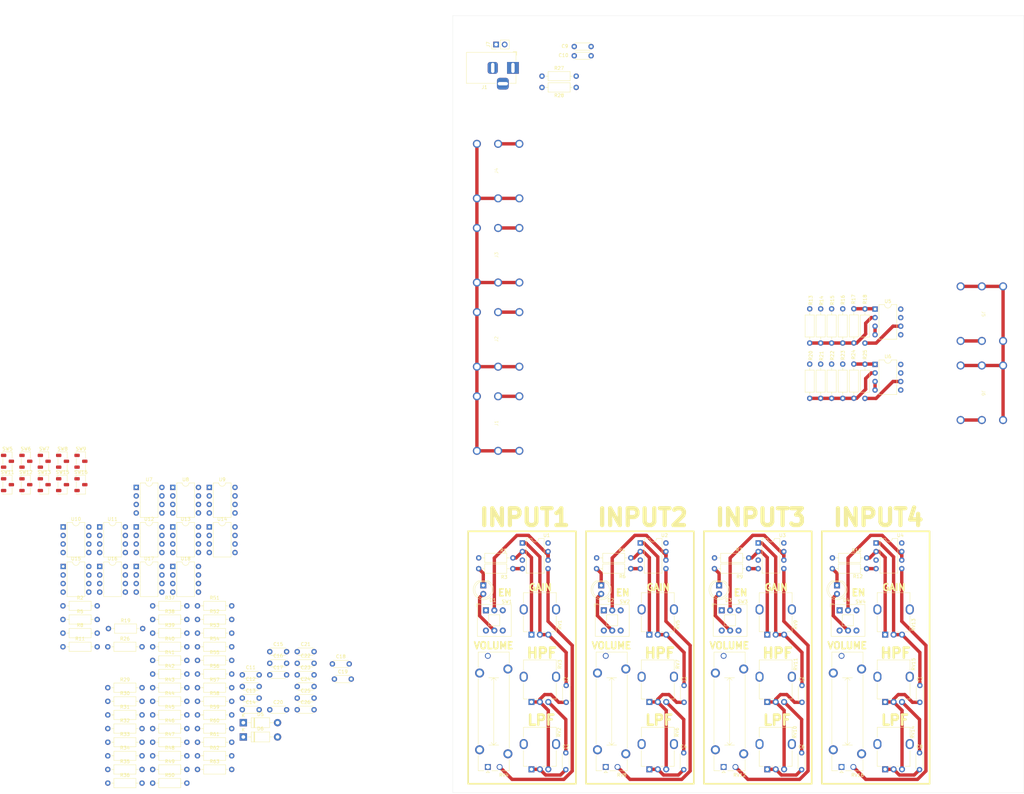
<source format=kicad_pcb>
(kicad_pcb (version 20240108) (generator "pcbnew") (generator_version "8.0")
  (layers (0 "F.Cu" signal) (31 "B.Cu" signal) (34 "B.Paste" user) (35 "F.Paste" user) (36 "B.SilkS" user "B.Silkscreen") (37 "F.SilkS" user "F.Silkscreen") (38 "B.Mask" user) (39 "F.Mask" user) (44 "Edge.Cuts" user))
  (net 0 "")
  (net 1 "Net-(C1-Pad2)")
  (net 2 "Net-(C1-Pad1)")
  (net 3 "GND")
  (net 4 "Net-(C2-Pad1)")
  (net 5 "Net-(C3-Pad1)")
  (net 6 "Net-(C3-Pad2)")
  (net 7 "Net-(C4-Pad1)")
  (net 8 "Net-(C5-Pad1)")
  (net 9 "Net-(C5-Pad2)")
  (net 10 "Net-(C6-Pad1)")
  (net 11 "Net-(C7-Pad2)")
  (net 12 "Net-(C7-Pad1)")
  (net 13 "Net-(C8-Pad1)")
  (net 14 "VCC")
  (net 15 "Net-(U11B--)")
  (net 16 "Net-(U12B--)")
  (net 17 "Net-(C12-Pad1)")
  (net 18 "Net-(C14-Pad1)")
  (net 19 "Net-(U14B--)")
  (net 20 "Net-(C21-Pad1)")
  (net 21 "Net-(C21-Pad2)")
  (net 22 "Net-(U16A-+)")
  (net 23 "Net-(C23-Pad1)")
  (net 24 "Net-(C25-Pad1)")
  (net 25 "Net-(U17A-+)")
  (net 26 "Net-(D2-A)")
  (net 27 "Net-(D2-K)")
  (net 28 "Net-(D3-K)")
  (net 29 "Net-(D4-K)")
  (net 30 "Net-(D5-A)")
  (net 31 "Net-(D5-K)")
  (net 32 "VDD")
  (net 33 "/INPUT1")
  (net 34 "/INPUT3")
  (net 35 "/INPUT4")
  (net 36 "OUTPUT1")
  (net 37 "Net-(D1-K)")
  (net 38 "Net-(U1A--)")
  (net 39 "Net-(U2A--)")
  (net 40 "Net-(U3A--)")
  (net 41 "Net-(U4A--)")
  (net 42 "Net-(U6B--)")
  (net 43 "CH1_to_OUT1")
  (net 44 "CH2_to_OUT1")
  (net 45 "CH3_to_OUT1")
  (net 46 "CH4_to_OUT1")
  (net 47 "Net-(U7B--)")
  (net 48 "Net-(U8B--)")
  (net 49 "5V")
  (net 50 "3V")
  (net 51 "1V")
  (net 52 "Net-(U16A--)")
  (net 53 "IN1_to_CH1")
  (net 54 "IN2_to_CH1")
  (net 55 "IN3_to_CH1")
  (net 56 "Net-(R46-Pad1)")
  (net 57 "IN4_to_CH1")
  (net 58 "Net-(R47-Pad1)")
  (net 59 "WG1_to_CH1")
  (net 60 "CH2_to_CH1")
  (net 61 "Net-(R48-Pad1)")
  (net 62 "CH3_to_CH1")
  (net 63 "Net-(R50-Pad1)")
  (net 64 "Net-(R51-Pad1)")
  (net 65 "CH4_to_CH1")
  (net 66 "Net-(R52-Pad1)")
  (net 67 "Net-(U17B--)")
  (net 68 "Net-(U16B--)")
  (net 69 "Net-(U18B--)")
  (net 70 "Net-(R56-Pad1)")
  (net 71 "Net-(R57-Pad1)")
  (net 72 "Net-(U17A--)")
  (net 73 "Net-(R59-Pad2)")
  (net 74 "Net-(U2B-+)")
  (net 75 "/INPUT2")
  (net 78 "POW")
  (net 79 "CH1_to_CH2")
  (net 80 "CH1_to_CH3")
  (net 81 "CH1_to_CH4")
  (net 82 "CH1_to_OUT2")
  (net 83 "Net-(SW3A-B)")
  (net 84 "Net-(U1B-+)")
  (net 85 "Net-(SW1A-B)")
  (net 86 "Net-(SW4A-B)")
  (net 87 "Net-(U3B-+)")
  (net 88 "Net-(U4B-+)")
  (net 89 "+4.5V")
  (net 90 "OUTPUT")
  (net 91 "Net-(RV32-Pad1)")
  (net 92 "Net-(D1-A)")
  (net 93 "IN1")
  (net 94 "Net-(C9-Pad1)")
  (net 95 "Net-(C10-Pad1)")
  (net 96 "Net-(C12-Pad2)")
  (net 97 "Net-(U10B--)")
  (net 98 "Net-(U9B-+)")
  (net 99 "Net-(SW5-B)")
  (net 100 "Net-(SW6-B)")
  (net 101 "Net-(R46-Pad2)")
  (net 102 "Net-(R49-Pad1)")
  (net 103 "Net-(R54-Pad1)")
  (net 104 "Net-(R55-Pad1)")
  (net 105 "Net-(R56-Pad2)")
  (net 106 "Net-(R60-Pad1)")
  (net 107 "Net-(R61-Pad1)")
  (net 108 "Net-(R63-Pad2)")
  (net 109 "Net-(R63-Pad1)")
  (net 112 "IN2")
  (net 113 "Net-(SW2A-B)")
  (net 118 "Net-(SW11-B)")
  (net 124 "Net-(SW15-C)")
  (net 126 "Net-(D3-A)")
  (net 127 "Net-(D4-A)")
  (net 128 "IN3")
  (net 131 "IN4")
  (net 134 "Net-(U13B-+)")
  (net 135 "Net-(U15-THR)")
  (net 136 "Net-(U11A-+)")
  (net 137 "Net-(U5B--)")
  (net 138 "Net-(R17-Pad1)")
  (net 139 "Net-(R19-Pad2)")
  (net 140 "Net-(R24-Pad1)")
  (net 141 "Net-(R26-Pad2)")
  (net 142 "Net-(R28-Pad1)")
  (net 143 "Net-(R30-Pad2)")
  (net 144 "Net-(U11B-+)")
  (net 145 "Net-(U13B--)")
  (net 146 "Net-(R36-Pad1)")
  (net 147 "Net-(R37-Pad1)")
  (net 148 "Net-(U14B-+)")
  (net 149 "Net-(U15-DIS)")
  (net 150 "Net-(U11A--)")
  (net 151 "Net-(RV17-Pad1)")
  (net 152 "Net-(RV19-Pad1)")
  (net 153 "Net-(U15-CV)")
  (net 154 "Net-(U5A--)")
  (net 155 "Net-(U6A--)")
  (net 156 "OUTPUT2")
  (footprint "Resistor_THT:R_Axial_DIN0207_L6.3mm_D2.5mm_P10.16mm_Horizontal" (layer "F.Cu") (at -202.97 422.05)
    (property "Reference" "R31")
    (property "Value" "10K")
  )
  (footprint "Resistor_THT:R_Axial_DIN0207_L6.3mm_D2.5mm_P10.16mm_Horizontal" (layer "F.Cu") (at -202.97 430.15)
    (property "Reference" "R33")
    (property "Value" "100K")
  )
  (footprint "Resistor_THT:R_Axial_DIN0207_L6.3mm_D2.5mm_P10.16mm_Horizontal" (layer "F.Cu") (at -189.66 405.85)
    (property "Reference" "R41")
    (property "Value" "1K")
  )
  (footprint "Resistor_THT:R_Axial_DIN0207_L6.3mm_D2.5mm_P10.16mm_Horizontal" (layer "F.Cu") (at -202.97 418)
    (property "Reference" "R30")
    (property "Value" "10K")
  )
  (footprint "Potentiometer_THT:Potentiometer_Alpha_RD901F-40-00D_Single_Vertical" (layer "F.Cu") (at -77.2 418.2 90)
    (property "Reference" "RV3")
    (property "Value" "100K")
  )
  (footprint "Resistor_THT:R_Axial_DIN0207_L6.3mm_D2.5mm_P10.16mm_Horizontal" (layer "F.Cu") (at -189.66 418)
    (property "Reference" "R44")
    (property "Value" "R")
  )
  (footprint "Capacitor_THT:C_Disc_D4.3mm_W1.9mm_P5.00mm" (layer "F.Cu") (at -146.74 417.05)
    (property "Reference" "C25")
    (property "Value" "10uF")
  )
  (footprint "Package_DIP:DIP-8_W7.62mm" (layer "F.Cu") (at -183.68 354.45)
    (property "Reference" "U8")
    (property "Value" "TL072")
  )
  (footprint "Button_Switch_THT:SW_Push_2P2T_Toggle_CK_PVA2xxH3xxxxxxV2" (layer "F.Cu") (at -90.7225 390.9775)
    (property "Reference" "SW1")
    (property "Value" "EN")
  )
  (footprint "Resistor_THT:R_Axial_DIN0207_L6.3mm_D2.5mm_P10.16mm_Horizontal" (layer "F.Cu") (at -189.66 413.95)
    (property "Reference" "R43")
    (property "Value" "R")
  )
  (footprint "LED_THT:LED_D5.0mm" (layer "F.Cu") (at -21.5 383.56 -90)
    (property "Reference" "D3")
    (property "Value" "RED")
  )
  (footprint "Resistor_THT:R_Axial_DIN0207_L6.3mm_D2.5mm_P10.16mm_Horizontal" (layer "F.Cu") (at -176.35 434.2)
    (property "Reference" "R62")
    (property "Value" "1K")
  )
  (footprint "Resistor_THT:R_Axial_DIN0207_L6.3mm_D2.5mm_P10.16mm_Horizontal" (layer "F.Cu") (at -216.28 397.75)
    (property "Reference" "R8")
    (property "Value" "10K")
  )
  (footprint "LED_THT:LED_D5.0mm" (layer "F.Cu") (at -56.5 383.56 -90)
    (property "Reference" "D2")
    (property "Value" "RED")
  )
  (footprint "Resistor_THT:R_Axial_DIN0207_L6.3mm_D2.5mm_P10.16mm_Horizontal" (layer "F.Cu") (at -176.35 389.65)
    (property "Reference" "R51")
    (property "Value" "100K")
  )
  (footprint "Audio:PJ-664C" (layer "F.Cu") (at -87.1 335.4 90)
    (property "Reference" "J1")
    (property "Value" "INPUT")
  )
  (footprint "Resistor_THT:R_Axial_DIN0207_L6.3mm_D2.5mm_P10.16mm_Horizontal" (layer "F.Cu") (at -189.66 434.2)
    (property "Reference" "R48")
    (property "Value" "100K")
  )
  (footprint "Resistor_THT:R_Axial_DIN0207_L6.3mm_D2.5mm_P10.16mm_Horizontal" (layer "F.Cu") (at -176.35 438.25)
    (property "Reference" "R63")
    (property "Value" "100K")
  )
  (footprint "Potentiometer_THT:Potentiometer_Alpha_RD901F-40-00D_Single_Vertical" (layer "F.Cu") (at -42.2 418.2 90)
    (property "Reference" "RV7")
    (property "Value" "100K")
  )
  (footprint "Potentiometer_THT:Potentiometer_Alpha_RD901F-40-00D_Single_Vertical" (layer "F.Cu") (at 27.8 418.2 90)
    (property "Reference" "RV15")
    (property "Value" "100K")
  )
  (footprint "Resistor_THT:R_Axial_DIN0207_L6.3mm_D2.5mm_P10.16mm_Horizontal" (layer "F.Cu") (at -12.72 378.6 180)
    (property "Reference" "R9")
    (property "Value" "10K")
  )
  (footprint "Button_Switch_SMD:Nidec_Copal_CAS-120A" (layer "F.Cu") (at -227.3 346.7)
    (property "Reference" "SW6")
    (property "Value" "EN")
  )
  (footprint "Resistor_THT:R_Axial_DIN0207_L6.3mm_D2.5mm_P10.16mm_Horizontal" (layer "F.Cu") (at -202.97 438.25)
    (property "Reference" "R35")
    (property "Value" "33K")
  )
  (footprint "Potentiometer_THT:Potentiometer_Alpha_RD901F-40-00D_Single_Vertical" (layer "F.Cu") (at -77.2 438.2 90)
    (property "Reference" "RV2")
    (property "Value" "100K")
  )
  (footprint "Package_DIP:DIP-8_W7.62mm" (layer "F.Cu") (at -216.23 366.2)
    (property "Reference" "U10")
    (property "Value" "TL072")
  )
  (footprint "Resistor_THT:R_Axial_DIN0207_L6.3mm_D2.5mm_P10.16mm_Horizontal" (layer "F.Cu") (at 21.8 328.02 90)
    (property "Reference" "R25")
    (property "Value" "1K")
  )
  (footprint "Button_Switch_SMD:Nidec_Copal_CAS-120A" (layer "F.Cu") (at -232.75 353.65)
    (property "Reference" "SW11")
    (property "Value" "CH1")
  )
  (footprint "Resistor_THT:R_Axial_DIN0207_L6.3mm_D2.5mm_P10.16mm_Horizontal" (layer "F.Cu") (at -216.28 393.7)
    (property "Reference" "R5")
    (property "Value" "10K")
  )
  (footprint "Package_DIP:DIP-8_W7.62mm" (layer "F.Cu") (at -172.83 354.45)
    (property "Reference" "U9")
    (property "Value" "TL072")
  )
  (footprint "Package_DIP:DIP-8_W7.62mm" (layer "F.Cu") (at -9.9 370.98)
    (property "Reference" "U3")
    (property "Value" "TL072")
  )
  (footprint "Resistor_THT:R_Axial_DIN0207_L6.3mm_D2.5mm_P10.16mm_Horizontal" (layer "F.Cu") (at -202.97 442.3)
    (property "Reference" "R36")
    (property "Value" "68K")
  )
  (footprint "Resistor_THT:R_Axial_DIN0207_L6.3mm_D2.5mm_P10.16mm_Horizontal" (layer "F.Cu") (at 15.2 328 90)
    (property "Reference" "R23")
    (property "Value" "100K")
  )
  (footprint "Resistor_THT:R_Axial_DIN0207_L6.3mm_D2.5mm_P10.16mm_Horizontal" (layer "F.Cu") (at -176.35 401.8)
    (property "Reference" "R54")
    (property "Value" "100K")
  )
  (footprint "Resistor_THT:R_Axial_DIN0207_L6.3mm_D2.5mm_P10.16mm_Horizontal" (layer "F.Cu") (at 21.8 311.6 90)
    (property "Reference" "R18")
    (property "Value" "1K")
  )
  (footprint "Resistor_THT:R_Axial_DIN0207_L6.3mm_D2.5mm_P10.16mm_Horizontal" (layer "F.Cu") (at -176.35 430.15)
    (property "Reference" "R61")
    (property "Value" "1K")
  )
  (footprint "Button_Switch_THT:SW_Push_2P2T_Toggle_CK_PVA2xxH3xxxxxxV2" (layer "F.Cu") (at -20.7225 390.9775)
    (property "Reference" "SW3")
    (property "Value" "EN")
  )
  (footprint "Potentiometer_THT:Potentiometer_Alpha_RD901F-40-00D_Single_Vertical" (layer "F.Cu") (at -42.2 438.2 90)
    (property "Reference" "RV6")
    (property "Value" "100K")
  )
  (footprint "Package_DIP:DIP-8_W7.62mm" (layer "F.Cu") (at -205.38 377.95)
    (property "Reference" "U16")
    (property "Value" "TL072")
  )
  (footprint "Package_DIP:DIP-8_W7.62mm" (layer "F.Cu") (at -205.38 366.2)
    (property "Reference" "U11")
    (property "Value" "TL072")
  )
  (footprint "Package_DIP:DIP-8_W7.62mm" (layer "F.Cu") (at -194.53 366.2)
    (property "Reference" "U12")
    (property "Value" "TL072")
  )
  (footprint "Capacitor_THT:C_Disc_D4.3mm_W1.9mm_P5.00mm" (layer "F.Cu") (at -31.9 418.3 90)
    (property "Reference" "C3")
    (property "Value" "10uF")
  )
  (footprint "Capacitor_THT:C_Disc_D4.3mm_W1.9mm_P5.00mm" (layer "F.Cu") (at -146.74 413.6)
    (property "Reference" "C24")
    (property "Value" "10uF")
  )
  (footprint "Resistor_THT:R_Axial_DIN0207_L6.3mm_D2.5mm_P10.16mm_Horizontal" (layer "F.Cu") (at 8.65 311.58 90)
    (property "Reference" "R14")
    (property "Value" "100K")
  )
  (footprint "Capacitor_THT:C_Disc_D4.3mm_W1.9mm_P5.00mm" (layer "F.Cu") (at -154.89 410.15)
    (property "Reference" "C17")
    (property "Value" "10nF")
  )
  (footprint "Capacitor_THT:C_Disc_D4.3mm_W1.9mm_P5.00mm" (layer "F.Cu") (at -136.3 406.9)
    (property "Reference" "C18")
    (property "Value" "10uF")
  )
  (footprint "Button_Switch_THT:SW_Push_2P2T_Toggle_CK_PVA2xxH3xxxxxxV2" (layer "F.Cu") (at -55.7225 390.9775)
    (property "Reference" "SW2")
    (property "Value" "EN")
  )
  (footprint "Resistor_THT:R_Axial_DIN0207_L6.3mm_D2.5mm_P10.16mm_Horizontal" (layer "F.Cu") (at -176.35 409.9)
    (property "Reference" "R56")
    (property "Value" "100K")
  )
  (footprint "Capacitor_THT:C_Disc_D4.3mm_W1.9mm_P5.00mm" (layer "F.Cu") (at -146.74 420.5)
    (property "Reference" "C26")
    (property "Value" "10uF")
  )
  (footprint "Potentiometer_THT:Potentiometer_Bourns_PTA2043_Single_Slide" (layer "F.Cu") (at 14.85 437.5 90)
    (property "Reference" "RV16")
    (property "Value" "100K")
  )
  (footprint "Resistor_THT:R_Axial_DIN0207_L6.3mm_D2.5mm_P10.16mm_Horizontal" (layer "F.Cu") (at 22.3 375.4 180)
    (property "Reference" "R10")
    (property "Value" "1K")
  )
  (footprint "Capacitor_THT:C_Disc_D4.3mm_W1.9mm_P5.00mm" (layer "F.Cu") (at -163.04 420.5)
    (property "Reference" "C14")
    (property "Value" "100nF")
  )
  (footprint "Capacitor_THT:C_Disc_D4.3mm_W1.9mm_P5.00mm" (layer "F.Cu") (at -64.5 226.25)
    (property "Reference" "C10")
    (property "Value" "100nF")
  )
  (footprint "Capacitor_THT:C_Disc_D4.3mm_W1.9mm_P5.00mm" (layer "F.Cu") (at -146.74 406.7)
    (property "Reference" "C22")
    (property "Value" "10uF")
  )
  (footprint "Resistor_THT:R_Axial_DIN0207_L6.3mm_D2.5mm_P10.16mm_Horizontal" (layer "F.Cu") (at -202.97 434.2)
    (property "Reference" "R34")
    (property "Value" "10K")
  )
  (footprint "Resistor_THT:R_Axial_DIN0207_L6.3mm_D2.5mm_P10.16mm_Horizontal" (layer "F.Cu") (at 18.5 317.82 -90)
    (property "Reference" "R24")
    (property "Value" "100K")
  )
  (footprint "Package_DIP:DIP-8_W7.62mm" (layer "F.Cu") (at 24.8 301.5)
    (property "Reference" "U5")
    (property "Value" "TL072")
  )
  (footprint "Connector_BarrelJack:BarrelJack_Horizontal" (layer "F.Cu") (at -82.7 229.8425)
    (property "Reference" "J1")
    (property "Value" "Barrel_Jack")
  )
  (footprint "Button_Switch_SMD:Nidec_Copal_CAS-120A" (layer "F.Cu") (at -210.95 346.7)
    (property "Reference" "SW9")
    (property "Value" "CH1")
  )
  (footprint "Capacitor_THT:C_Disc_D4.3mm_W1.9mm_P5.00mm" (layer "F.Cu") (at -32 438.3 90)
    (property "Reference" "C4")
    (property "Value" "10uF")
  )
  (footprint "Capacitor_THT:C_Disc_D4.3mm_W1.9mm_P5.00mm" (layer "F.Cu") (at -154.89 406.7)
    (property "Reference" "C16")
    (property "Value" "10nF")
  )
  (footprint "Button_Switch_SMD:Nidec_Copal_CAS-120A" (layer "F.Cu") (at -210.95 353.65)
    (property "Reference" "SW16")
    (property "Value" "CH1")
  )
  (footprint "Package_DIP:DIP-8_W7.62mm" (layer "F.Cu") (at -216.23 377.95)
    (property "Reference" "U15")
    (property "Value" "NE555P")
  )
  (footprint "Capacitor_THT:C_Disc_D4.3mm_W1.9mm_P5.00mm" (layer "F.Cu") (at -67 438.3 90)
    (property "Reference" "C2")
    (property "Value" "10uF")
  )
  (footprint "Resistor_THT:R_Axial_DIN0207_L6.3mm_D2.5mm_P10.16mm_Horizontal" (layer "F.Cu") (at -216.28 389.65)
    (property "Reference" "R2")
    (property "Value" "10K")
  )
  (footprint "Resistor_THT:R_Axial_DIN0207_L6.3mm_D2.5mm_P10.16mm_Horizontal" (layer "F.Cu") (at -189.66 389.65)
    (property "Reference" "R37")
    (property "Value" "10K")
  )
  (footprint "Package_DIP:DIP-8_W7.62mm" (layer "F.Cu") (at 24.8 317.92)
    (property "Reference" "U6")
    (property "Value" "TL072")
  )
  (footprint "Resistor_THT:R_Axial_DIN0207_L6.3mm_D2.5mm_P10.16mm_Horizontal" (layer "F.Cu") (at -189.66 397.75)
    (property "Reference" "R39")
    (property "Value" "10K")
  )
  (footprint "Resistor_THT:R_Axial_DIN0207_L6.3mm_D2.5mm_P10.16mm_Horizontal" (layer "F.Cu") (at -176.35 393.7)
    (property "Reference" "R52")
    (property "Value" "100K")
  )
  (footprint "Resistor_THT:R_Axial_DIN0207_L6.3mm_D2.5mm_P10.16mm_Horizontal" (layer "F.Cu") (at -74.08 232.3)
    (property "Reference" "R27")
    (property "Value" "47K")
  )
  (footprint "Capacitor_THT:C_Disc_D4.3mm_W1.9mm_P5.00mm" (layer "F.Cu") (at 3.1 418.3 90)
    (property "Reference" "C5")
    (property "Value" "10uF")
  )
  (footprint "Capacitor_THT:C_Disc_D4.3mm_W1.9mm_P5.00mm" (layer "F.Cu") (at -163.04 410.15)
    (property "Reference" "C11")
    (property "Value" "10uF")
  )
  (footprint "Resistor_THT:R_Axial_DIN0207_L6.3mm_D2.5mm_P10.16mm_Horizontal" (layer "F.Cu") (at -189.66 401.8)
    (property "Reference" "R40")
    (property "Value" "10K")
  )
  (footprint "Button_Switch_SMD:Nidec_Copal_CAS-120A" (layer "F.Cu") (at -216.4 353.65)
    (property "Reference" "SW15")
    (property "Value" "CH1")
  )
  (footprint "Resistor_THT:R_Axial_DIN0207_L6.3mm_D2.5mm_P10.16mm_Horizontal" (layer "F.Cu") (at -216.28 401.8)
    (property "Reference" "R11")
    (property "Value" "10K")
  )
  (footprint "Capacitor_THT:C_Disc_D4.3mm_W1.9mm_P5.00mm" (layer "F.Cu") (at -154.89 420.5)
    (property "Reference" "C20")
    (property "Value" "C")
  )
  (footprint "Capacitor_THT:C_Disc_D4.3mm_W1.9mm_P5.00mm" (layer "F.Cu") (at 38 438.3 90)
    (property "Reference" "C8")
    (property "Value" "10uF")
  )
  (footprint "Connector_PinHeader_2.54mm:PinHeader_1x02_P2.54mm_Vertical" (layer "F.Cu") (at -87.7 222.9 90)
    (property "Reference" "J7")
    (property "Value" "PinHeader_1x02_P2.54mm_Vertical")
  )
  (footprint "Resistor_THT:R_Axial_DIN0207_L6.3mm_D2.5mm_P10.16mm_Horizontal" (layer "F.Cu") (at -176.35 422.05)
    (property "Reference" "R59")
    (property "Value" "1K")
  )
  (footprint "Potentiometer_THT:Potentiometer_Alpha_RD901F-40-00D_Single_Vertical" (layer "F.Cu") (at -7.2 398.2 90)
    (property "Reference" "RV9")
    (property "Value" "100K")
  )
  (footprint "Audio:PJ-664C" (layer "F.Cu") (at -87.1 310.4 90)
    (property "Reference" "J2")
    (property "Value" "INPUT")
  )
  (footprint "Capacitor_THT:C_Disc_D4.3mm_W1.9mm_P5.00mm" (layer "F.Cu") (at -154.89 403.25)
    (property "Reference" "C15")
    (property "Value" "100nF")
  )
  (footprint "Resistor_THT:R_Axial_DIN0207_L6.3mm_D2.5mm_P10.16mm_Horizontal" (layer "F.Cu") (at -189.66 409.9)
    (property "Reference" "R42")
    (property "Value" "10K")
  )
  (footprint "Resistor_THT:R_Axial_DIN0207_L6.3mm_D2.5mm_P10.16mm_Horizontal" (layer "F.Cu") (at -12.7 375.4 180)
    (property "Reference" "R7")
    (property "Value" "1K")
  )
  (footprint "Resistor_THT:R_Axial_DIN0207_L6.3mm_D2.5mm_P10.16mm_Horizontal" (layer "F.Cu") (at 8.65 328 90)
    (property "Reference" "R21")
    (property "Value" "100K")
  )
  (footprint "Capacitor_THT:C_Disc_D4.3mm_W1.9mm_P5.00mm" (layer "F.Cu") (at -146.74 403.25)
    (property "Reference" "C21")
    (property "Value" "10uF")
  )
  (footprint "Potentiometer_THT:Potentiometer_Bourns_PTA2043_Single_Slide" (layer "F.Cu") (at -20.15 437.5 90)
    (property "Reference" "RV12")
    (property "Value" "100K")
  )
  (footprint "LED_THT:LED_D5.0mm" (layer "F.Cu") (at -91.5 383.56 -90)
    (property "Reference" "D1")
    (property "Value" "RED")
  )
  (footprint "Potentiometer_THT:Potentiometer_Alpha_RD901F-40-00D_Single_Vertical" (layer "F.Cu") (at -77.2 398.2 90)
    (property "Reference" "RV1")
    (property "Value" "100K")
  )
  (footprint "Resistor_THT:R_Axial_DIN0207_L6.3mm_D2.5mm_P10.16mm_Horizontal" (layer "F.Cu") (at 5.4 328 90)
    (property "Reference" "R20")
    (property "Value" "100K")
  )
  (footprint "Resistor_THT:R_Axial_DIN0207_L6.3mm_D2.5mm_P10.16mm_Horizontal" (layer "F.Cu") (at -176.35 405.85)
    (property "Reference" "R55")
    (property "Value" "100K")
  )
  (footprint "Button_Switch_SMD:Nidec_Copal_CAS-120A" (layer "F.Cu") (at -232.75 346.7)
    (property "Reference" "SW5")
    (property "Value" "EN")
  )
  (footprint "Resistor_THT:R_Axial_DIN0207_L6.3mm_D2.5mm_P10.16mm_Horizontal" (layer "F.Cu") (at -63.92 235.65 180)
    (property "Reference" "R28")
    (property "Value" "100K")
  )
  (footprint "Capacitor_THT:C_Disc_D4.3mm_W1.9mm_P5.00mm" (layer "F.Cu") (at -135.7 411.4)
    (property "Reference" "C19")
    (property "Value" "100nF")
  )
  (footprint "Resistor_THT:R_Axial_DIN0207_L6.3mm_D2.5mm_P10.16mm_Horizontal" (layer "F.Cu") (at 11.9 328 90)
    (property "Reference" "R22")
    (property "Value" "100K")
  )
  (footprint "Package_DIP:DIP-8_W7.62mm" (layer "F.Cu") (at -44.9 370.98)
    (property "Reference" "U2")
    (property "Value" "TL072")
  )
  (footprint "Resistor_THT:R_Axial_DIN0207_L6.3mm_D2.5mm_P10.16mm_Horizontal" (layer "F.Cu") (at -189.66 430.15)
    (property "Reference" "R47")
    (property "Value" "100K")
  )
  (footprint "Capacitor_THT:C_Disc_D4.3mm_W1.9mm_P5.00mm" (layer "F.Cu") (at 38.1 418.3 90)
    (property "Reference" "C7")
    (property "Value" "10uF")
  )
  (footprint "Potentiometer_THT:Potentiometer_Bourns_PTA2043_Single_Slide" (layer "F.Cu") (at -55.15 437.5 90)
    (property "Reference" "RV8")
    (property "Value" "100K")
  )
  (footprint "Resistor_THT:R_Axial_DIN0207_L6.3mm_D2.5mm_P10.16mm_Horizontal" (layer "F.Cu") (at -82.7 375.4 180)
    (property "Reference" "R1")
    (property "Value" "1K")
  )
  (footprint "Resistor_THT:R_Axial_DIN0207_L6.3mm_D2.5mm_P10.16mm_Horizontal" (layer "F.Cu") (at 22.28 378.6 180)
    (property "Reference" "R12")
    (property "Value" "10K")
  )
  (footprint "Resistor_THT:R_Axial_DIN0207_L6.3mm_D2.5mm_P10.16mm_Horizontal" (layer "F.Cu") (at -202.97 426.1)
    (property "Reference" "R32")
    (property "Value" "100K")
  )
  (footprint "Resistor_THT:R_Axial_DIN0207_L6.3mm_D2.5mm_P10.16mm_Horizontal" (layer "F.Cu") (at -47.7 375.4 180)
    (property "Reference" "R4")
    (property "Value" "1K")
  )
  (footprint "Potentiometer_THT:Potentiometer_Alpha_RD901F-40-00D_Single_Vertical" (layer "F.Cu") (at -7.2 418.2 90)
    (property "Reference" "RV11")
    (property "Value" "100K")
  )
  (footprint "Capacitor_THT:C_Disc_D4.3mm_W1.9mm_P5.00mm" (layer "F.Cu") (at -163.04 413.6)
    (property "Reference" "C12")
    (property "Value" "10nF")
  )
  (footprint "Audio:PJ-664C" (layer "F.Cu") (at -87.1 260.4 90)
    (property "Reference" "J4")
    (property "Value" "INPUT")
  )
  (footprint "Resistor_THT:R_Axial_DIN0207_L6.3mm_D2.5mm_P10.16mm_Horizontal" (layer "F.Cu") (at -189.66 442.3)
    (property "Reference" "R50")
    (property "Value" "100K")
  )
  (footprint "Potentiometer_THT:Potentiometer_Alpha_RD901F-40-00D_Single_Vertical" (layer "F.Cu") (at 27.8 438.2 90)
    (property "Reference" "RV14")
    (property "Value" "100K")
  )
  (footprint "Package_DIP:DIP-8_W7.62mm" (layer "F.Cu") (at -194.53 377.95)
    (property "Reference" "U17")
    (property "Value" "TL072")
  )
  (footprint "Capacitor_THT:C_Disc_D4.3mm_W1.9mm_P5.00mm" (layer "F.Cu") (at -163.04 417.05)
    (property "Reference" "C13")
    (property "Value" "10nF")
  )
  (footprint "Capacitor_THT:C_Disc_D4.3mm_W1.9mm_P5.00mm" (layer "F.Cu") (at -66.9 418.3 90)
    (property "Reference" "C1")
    (property "Value" "10uF")
  )
  (footprint "Button_Switch_SMD:Nidec_Copal_CAS-120A" (layer "F.Cu") (at -221.85 353.65)
    (property "Reference" "SW13")
    (property "Value" "CH1")
  )
  (footprint "Potentiometer_THT:Potentiometer_Alpha_RD901F-40-00D_Single_Vertical" (layer "F.Cu") (at -7.2 438.2 90)
    (property "Reference" "RV10")
    (property "Value" "100K")
  )
  (footprint "Diode_THT:D_DO-41_SOD81_P10.16mm_Horizontal" (layer "F.Cu") (at -162.74 428.6)
    (property "Reference" "D6")
    (property "Value" "D")
  )
  (footprint "Potentiometer_THT:Potentiometer_Alpha_RD901F-40-00D_Single_Vertical" (layer "F.Cu") (at 27.8 398.2 90)
    (property "Reference" "RV13")
    (property "Value" "100K")
  )
  (footprint "Resistor_THT:R_Axial_DIN0207_L6.3mm_D2.5mm_P10.16mm_Horizontal" (layer "F.Cu") (at 15.2 311.58 90)
    (property "Reference" "R16")
    (property "Value" "100K")
  )
  (footprint "Audio:PJ-664C" (layer "F.Cu") (at -87.1 285.4 90)
    (property "Reference" "J3")
    (property "Value" "INPUT")
  )
  (footprint "Resistor_THT:R_Axial_DIN0207_L6.3mm_D2.5mm_P10.16mm_Horizontal" (layer "F.Cu") (at -176.35 413.95)
    (property "Reference" "R57")
    (property "Value" "100K")
  )
  (footprint "Diode_THT:D_DO-41_SOD81_P10.16mm_Horizontal" (layer "F.Cu") (at -162.74 424.35)
    (property "Reference" "D5")
    (property "Value" "D")
  )
  (footprint "Package_DIP:DIP-8_W7.62mm" (layer "F.Cu") (at 25.1 370.98)
    (property "Reference" "U4")
    (property "Value" "TL072")
  )
  (footprint "Potentiometer_THT:Potentiometer_Alpha_RD901F-40-00D_Single_Vertical" (layer "F.Cu") (at -42.2 398.2 90)
    (property "Reference" "RV5")
    (property "Value" "100K")
  )
  (footprint "Resistor_THT:R_Axial_DIN0207_L6.3mm_D2.5mm_P10.16mm_Horizontal" (layer "F.Cu") (at -189.66 426.1)
    (property "Reference" "R46")
    (property "Value" "100K")
  )
  (footprint "Package_DIP:DIP-8_W7.62mm" (layer "F.Cu") (at -183.68 377.95)
    (property "Reference" "U18")
    (property "Value" "TL072")
  )
  (footprint "Package_DIP:DIP-8_W7.62mm" (layer "F.Cu") (at -172.83 366.2)
    (property "Reference" "U14")
    (property "Value" "TL072")
  )
  (footprint "Button_Switch_SMD:Nidec_Copal_CAS-120A" (layer "F.Cu") (at -227.3 353.65)
    (property "Reference" "SW12")
    (property "Value" "CH1")
  )
  (footprint "Capacitor_THT:C_Disc_D4.3mm_W1.9mm_P5.00mm" (layer "F.Cu") (at -146.74 410.15)
    (property "Reference" "C23")
    (property "Value" "10uF")
  )
  (footprint "Resistor_THT:R_Axial_DIN0207_L6.3mm_D2.5mm_P10.16mm_Horizontal" (layer "F.Cu") (at 5.4 311.58 90)
    (property "Reference" "R13")
    (property "Value" "100K")
  )
  (footprint "Resistor_THT:R_Axial_DIN0207_L6.3mm_D2.5mm_P10.16mm_Horizontal" (layer "F.Cu") (at -189.66 438.25)
    (property "Reference" "R49")
    (property "Value" "100K")
  )
  (footprint "Resistor_THT:R_Axial_DIN0207_L6.3mm_D2.5mm_P10.16mm_Horizontal" (layer "F.Cu") (at -176.35 397.75)
    (property "Reference" "R53")
    (property "Value" "1K")
  )
  (footprint "Resistor_THT:R_Axial_DIN0207_L6.3mm_D2.5mm_P10.16mm_Horizontal" (layer "F.Cu") (at -202.78 396.4)
    (property "Reference" "R19")
    (property "Value" "1K")
  )
  (footprint "Resistor_THT:R_Axial_DIN0207_L6.3mm_D2.5mm_P10.16mm_Horizontal" (layer "F.Cu") (at -82.72 378.6 180)
    (property "Reference" "R3")
    (property "Value" "10K")
  )
  (footprint "LED_THT:LED_D5.0mm" (layer "F.Cu") (at 13.5 383.56 -90)
    (property "Reference" "D4")
    (property "Value" "RED")
  )
  (footprint "Package_DIP:DIP-8_W7.62mm" (layer "F.Cu") (at -183.68 366.2)
    (property "Reference" "U13")
    (property "Value" "TL072")
  )
  (footprint "Package_DIP:DIP-8_W7.62mm" (layer "F.Cu") (at -79.9 370.98)
    (property "Reference" "U1")
    (property "Value" "TL072")
  )
  (footprint "Audio:PJ-664C" (layer "F.Cu") (at 56.5 326.45 -90)
    (property "Reference" "J6")
    (property "Value" "OUTPUT")
  )
  (footprint "Capacitor_THT:C_Disc_D4.3mm_W1.9mm_P5.00mm" (layer "F.Cu") (at -64.5 223.5)
    (property "Reference" "C9")
    (property "Value" "100nF")
  )
  (footprint "Capacitor_THT:C_Disc_D4.3mm_W1.9mm_P5.00mm" (layer "F.Cu") (at 3 438.3 90)
    (property "Reference" "C6")
    (property "Value" "10uF")
  )
  (footprint "Resistor_THT:R_Axial_DIN0207_L6.3mm_D2.5mm_P10.16mm_Horizontal" (layer "F.Cu") (at -176.35 418)
    (property "Reference" "R58")
    (property "Value" "1K")
  )
  (footprint "Package_DIP:DIP-8_W7.62mm" (layer "F.Cu") (at -194.53 354.45)
    (property "Reference" "U7")
    (property "Value" "TL072")
  )
  (footprint "Audio:PJ-664C" (layer "F.Cu") (at 56.5 302.95 -90)
    (property "Reference" "J5")
    (property "Value" "OUTPUT")
  )
  (footprint "Button_Switch_SMD:Nidec_Copal_CAS-120A" (layer "F.Cu") (at -216.4 346.7)
    (property "Reference" "SW8")
    (property "Value" "CH1")
  )
  (footprint "Resistor_THT:R_Axial_DIN0207_L6.3mm_D2.5mm_P10.16mm_Horizontal" (layer "F.Cu") (at 18.5 301.4 -90)
    (property "Reference" "R17")
    (property "Value" "100K")
  )
  (footprint "Resistor_THT:R_Axial_DIN0207_L6.3mm_D2.5mm_P10.16mm_Horizontal" (layer "F.Cu") (at -176.35 426.1)
    (property "Reference" "R60")
    (property "Value" "100K")
  )
  (footprint "Resistor_THT:R_Axial_DIN0207_L6.3mm_D2.5mm_P10.16mm_Horizontal" (layer "F.Cu") (at -202.97 401.8)
    (property "Reference" "R26")
    (property "Value" "1K")
  )
  (footprint "Button_Switch_THT:SW_Push_2P2T_Toggle_CK_PVA2xxH3xxxxxxV2" (layer "F.Cu") (at 14.2775 390.9775)
    (property "Reference" "SW4")
    (property "Value" "EN")
  )
  (footprint "Resistor_THT:R_Axial_DIN0207_L6.3mm_D2.5mm_P10.16mm_Horizontal" (layer "F.Cu") (at -189.66 422.05)
    (property "Reference" "R45")
    (property "Value" "1K")
  )
  (footprint "Resistor_THT:R_Axial_DIN0207_L6.3mm_D2.5mm_P10.16mm_Horizontal" (layer "F.Cu") (at -202.97 413.95)
    (property "Reference" "R29")
    (property "Value" "100K")
  )
  (footprint "Button_Switch_SMD:Nidec_Copal_CAS-120A" (layer "F.Cu") (at -221.85 346.7)
    (property "Reference" "SW7")
    (property "Value" "POW")
  )
  (footprint "Resistor_THT:R_Axial_DIN0207_L6.3mm_D2.5mm_P10.16mm_Horizontal" (layer "F.Cu") (at -47.72 378.6 180)
    (property "Reference" "R6")
    (property "Value" "10K")
  )
  (footprint "Resistor_THT:R_Axial_DIN0207_L6.3mm_D2.5mm_P10.16mm_Horizontal" (layer "F.Cu") (at 11.9 311.58 90)
    (property "Reference" "R15")
    (property "Value" "100K")
  )
  (footprint "Potentiometer_THT:Potentiometer_Bourns_PTA2043_Single_Slide" (layer "F.Cu") (at -90.15 437.5 90)
    (property "Reference" "RV4")
    (property "Value" "100K")
  )
  (footprint "Resistor_THT:R_Axial_DIN0207_L6.3mm_D2.5mm_P10.16mm_Horizontal" (layer "F.Cu") (at -189.66 393.7)
    (property "Reference" "R38")
    (property "Value" "10K")
  )
  (gr_rect (start -26 367.5) (end 6 442.5) (stroke (width 0.5)) (fill none) (layer "F.SilkS"))
  (gr_rect (start -96 367.5) (end -64 442.5) (stroke (width 0.5)) (fill none) (layer "F.SilkS"))
  (gr_rect (start 9 367.5) (end 41 442.5) (stroke (width 0.5)) (fill none) (layer "F.SilkS"))
  (gr_rect (start -61 367.5) (end -29 442.5) (stroke (width 0.5)) (fill none) (layer "F.SilkS"))
  (gr_rect (start -100.6 445.1) (end 69 214.3) (stroke (width 0.05)) (fill none) (layer "Edge.Cuts"))
  (gr_text "LPF" (at -43.8 425.355 0) (layer "F.SilkS") (effects (font (size 3 3) (thickness 1) (bold yes)) (justify left bottom)))
  (gr_text "VOLUME\n" (at -59.6 402.605 0) (layer "F.SilkS") (effects (font (size 2 2) (thickness 0.5) (bold yes)) (justify left bottom)))
  (gr_text "EN" (at -87.4 386.9 0) (layer "F.SilkS") (effects (font (size 2 2) (thickness 0.5) (bold yes)) (justify left bottom)))
  (gr_text "GAIN\n" (at -43.3 385.355 0) (layer "F.SilkS") (effects (font (size 2 2) (thickness 0.5) (bold yes)) (justify left bottom)))
  (gr_text "GAIN\n" (at -8.3 385.355 0) (layer "F.SilkS") (effects (font (size 2 2) (thickness 0.5) (bold yes)) (justify left bottom)))
  (gr_text "VOLUME\n" (at -24.6 402.605 0) (layer "F.SilkS") (effects (font (size 2 2) (thickness 0.5) (bold yes)) (justify left bottom)))
  (gr_text "HPF\n" (at -44 405.455 0) (layer "F.SilkS") (effects (font (size 3 3) (thickness 1) (bold yes)) (justify left bottom)))
  (gr_text "GAIN\n" (at -78.3 385.355 0) (layer "F.SilkS") (effects (font (size 2 2) (thickness 0.5) (bold yes)) (justify left bottom)))
  (gr_text "EN" (at 17.6 386.9 0) (layer "F.SilkS") (effects (font (size 2 2) (thickness 0.5) (bold yes)) (justify left bottom)))
  (gr_text "GAIN\n" (at 26.7 385.355 0) (layer "F.SilkS") (effects (font (size 2 2) (thickness 0.5) (bold yes)) (justify left bottom)))
  (gr_text "INPUT4\n" (at 25.8 363.4 0) (layer "F.SilkS") (effects (font (size 5 5) (thickness 1.25) (bold yes))))
  (gr_text "LPF" (at -8.8 425.355 0) (layer "F.SilkS") (effects (font (size 3 3) (thickness 1) (bold yes)) (justify left bottom)))
  (gr_text "HPF\n" (at 26 405.455 0) (layer "F.SilkS") (effects (font (size 3 3) (thickness 1) (bold yes)) (justify left bottom)))
  (gr_text "VOLUME\n" (at 10.4 402.605 0) (layer "F.SilkS") (effects (font (size 2 2) (thickness 0.5) (bold yes)) (justify left bottom)))
  (gr_text "LPF" (at 26.2 425.355 0) (layer "F.SilkS") (effects (font (size 3 3) (thickness 1) (bold yes)) (justify left bottom)))
  (gr_text "EN" (at -52.4 386.9 0) (layer "F.SilkS") (effects (font (size 2 2) (thickness 0.5) (bold yes)) (justify left bottom)))
  (gr_text "EN" (at -17.4 386.9 0) (layer "F.SilkS") (effects (font (size 2 2) (thickness 0.5) (bold yes)) (justify left bottom)))
  (gr_text "HPF\n" (at -9 405.455 0) (layer "F.SilkS") (effects (font (size 3 3) (thickness 1) (bold yes)) (justify left bottom)))
  (gr_text "INPUT2\n" (at -44.2 363.4 0) (layer "F.SilkS") (effects (font (size 5 5) (thickness 1.25) (bold yes))))
  (gr_text "INPUT1" (at -79.2 363.4 0) (layer "F.SilkS") (effects (font (size 5 5) (thickness 1.25) (bold yes))))
  (gr_text "HPF\n" (at -79 405.455 0) (layer "F.SilkS") (effects (font (size 3 3) (thickness 1) (bold yes)) (justify left bottom)))
  (gr_text "INPUT3" (at -9.2 363.4 0) (layer "F.SilkS") (effects (font (size 5 5) (thickness 1.25) (bold yes))))
  (gr_text "LPF" (at -78.8 425.355 0) (layer "F.SilkS") (effects (font (size 3 3) (thickness 1) (bold yes)) (justify left bottom)))
  (gr_text "VOLUME\n" (at -94.6 402.605 0) (layer "F.SilkS") (effects (font (size 2 2) (thickness 0.5) (bold yes)) (justify left bottom)))
  (segment (start -79.9 370.98) (end -78.82 370.98) (width 1) (layer "F.Cu") (net 1))
  (segment (start -78.82 370.98) (end -74.7 375.1) (width 1) (layer "F.Cu") (net 1))
  (segment (start -66.9 403.5) (end -72.2 398.2) (width 1) (layer "F.Cu") (net 1))
  (segment (start -72.2 398.2) (end -74.7 398.2) (width 1) (layer "F.Cu") (net 1))
  (segment (start -66.9 413.3) (end -66.9 403.5) (width 1) (layer "F.Cu") (net 1))
  (segment (start -74.7 375.1) (end -74.7 398.2) (width 1) (layer "F.Cu") (net 1))
  (segment (start -74.7 418.2) (end -77.2 418.2) (width 1) (layer "F.Cu") (net 2))
  (segment (start -71.4 416) (end -69.1 418.3) (width 1) (layer "F.Cu") (net 2))
  (segment (start -72.2 421.5) (end -72.2 420.7) (width 1) (layer "F.Cu") (net 2))
  (segment (start -73.3 416) (end -71.4 416) (width 1) (layer "F.Cu") (net 2))
  (segment (start -72.2 438.2) (end -72.2 421.5) (width 1) (layer "F.Cu") (net 2))
  (segment (start -72.2 420.7) (end -74.7 418.2) (width 1) (layer "F.Cu") (net 2))
  (segment (start -74.7 418.2) (end -74.7 417.4) (width 1) (layer "F.Cu") (net 2))
  (segment (start -74.7 417.4) (end -73.3 416) (width 1) (layer "F.Cu") (net 2))
  (segment (start -69.1 418.3) (end -66.9 418.3) (width 1) (layer "F.Cu") (net 2))
  (segment (start 38 423.4) (end 38 433.3) (width 1) (layer "F.Cu") (net 3))
  (segment (start -72.2 418.2) (end -67 423.4) (width 1) (layer "F.Cu") (net 3))
  (segment (start 32.8 418.2) (end 38 423.4) (width 1) (layer "F.Cu") (net 3))
  (segment (start -82.72 378.6) (end -79.9 378.6) (width 1) (layer "F.Cu") (net 3))
  (segment (start -2.2 418.2) (end 3 423.4) (width 1) (layer "F.Cu") (net 3))
  (segment (start 24.8 306.58) (end 24.8 309.12) (width 1) (layer "F.Cu") (net 3))
  (segment (start -12.72 378.6) (end -9.9 378.6) (width 1) (layer "F.Cu") (net 3))
  (segment (start -32 423.4) (end -32 433.3) (width 1) (layer "F.Cu") (net 3))
  (segment (start -37.2 418.2) (end -32 423.4) (width 1) (layer "F.Cu") (net 3))
  (segment (start 24.8 323) (end 24.8 325.54) (width 1) (layer "F.Cu") (net 3))
  (segment (start -67 423.4) (end -67 433.3) (width 1) (layer "F.Cu") (net 3))
  (segment (start 3 423.4) (end 3 433.3) (width 1) (layer "F.Cu") (net 3))
  (segment (start -47.72 378.6) (end -44.9 378.6) (width 1) (layer "F.Cu") (net 3))
  (segment (start 22.28 378.6) (end 25.1 378.6) (width 1) (layer "F.Cu") (net 3))
  (segment (start -67 438.3) (end -68.6 439.9) (width 1) (layer "F.Cu") (net 4))
  (segment (start -74.7 438.2) (end -77.2 438.2) (width 1) (layer "F.Cu") (net 4))
  (segment (start -68.6 439.9) (end -73 439.9) (width 1) (layer "F.Cu") (net 4))
  (segment (start -73 439.9) (end -74.7 438.2) (width 1) (layer "F.Cu") (net 4))
  (segment (start -37.2 438.2) (end -37.2 421.5) (width 1) (layer "F.Cu") (net 5))
  (segment (start -38.3 416) (end -36.4 416) (width 1) (layer "F.Cu") (net 5))
  (segment (start -36.4 416) (end -34.1 418.3) (width 1) (layer "F.Cu") (net 5))
  (segment (start -39.7 418.2) (end -42.2 418.2) (width 1) (layer "F.Cu") (net 5))
  (segment (start -39.7 418.2) (end -39.7 417.4) (width 1) (layer "F.Cu") (net 5))
  (segment (start -37.2 420.7) (end -39.7 418.2) (width 1) (layer "F.Cu") (net 5))
  (segment (start -34.1 418.3) (end -31.9 418.3) (width 1) (layer "F.Cu") (net 5))
  (segment (start -39.7 417.4) (end -38.3 416) (width 1) (layer "F.Cu") (net 5))
  (segment (start -37.2 421.5) (end -37.2 420.7) (width 1) (layer "F.Cu") (net 5))
  (segment (start -31.9 413.3) (end -31.9 403.5) (width 1) (layer "F.Cu") (net 6))
  (segment (start -39.7 375.1) (end -39.7 398.2) (width 1) (layer "F.Cu") (net 6))
  (segment (start -31.9 403.5) (end -37.2 398.2) (width 1) (layer "F.Cu") (net 6))
  (segment (start -37.2 398.2) (end -39.7 398.2) (width 1) (layer "F.Cu") (net 6))
  (segment (start -44.9 370.98) (end -43.82 370.98) (width 1) (layer "F.Cu") (net 6))
  (segment (start -43.82 370.98) (end -39.7 375.1) (width 1) (layer "F.Cu") (net 6))
  (segment (start -33.6 439.9) (end -38 439.9) (width 1) (layer "F.Cu") (net 7))
  (segment (start -38 439.9) (end -39.7 438.2) (width 1) (layer "F.Cu") (net 7))
  (segment (start -39.7 438.2) (end -42.2 438.2) (width 1) (layer "F.Cu") (net 7))
  (segment (start -32 438.3) (end -33.6 439.9) (width 1) (layer "F.Cu") (net 7))
  (segment (start -2.2 438.2) (end -2.2 421.5) (width 1) (layer "F.Cu") (net 8))
  (segment (start -4.7 417.4) (end -3.3 416) (width 1) (layer "F.Cu") (net 8))
  (segment (start -2.2 421.5) (end -2.2 420.7) (width 1) (layer "F.Cu") (net 8))
  (segment (start -4.7 418.2) (end -4.7 417.4) (width 1) (layer "F.Cu") (net 8))
  (segment (start -2.2 420.7) (end -4.7 418.2) (width 1) (layer "F.Cu") (net 8))
  (segment (start -1.4 416) (end 0.9 418.3) (width 1) (layer "F.Cu") (net 8))
  (segment (start 0.9 418.3) (end 3.1 418.3) (width 1) (layer "F.Cu") (net 8))
  (segment (start -3.3 416) (end -1.4 416) (width 1) (layer "F.Cu") (net 8))
  (segment (start -4.7 418.2) (end -7.2 418.2) (width 1) (layer "F.Cu") (net 8))
  (segment (start -9.9 370.98) (end -8.82 370.98) (width 1) (layer "F.Cu") (net 9))
  (segment (start -2.2 398.2) (end -4.7 398.2) (width 1) (layer "F.Cu") (net 9))
  (segment (start -8.82 370.98) (end -4.7 375.1) (width 1) (layer "F.Cu") (net 9))
  (segment (start -4.7 375.1) (end -4.7 398.2) (width 1) (layer "F.Cu") (net 9))
  (segment (start 3.1 413.3) (end 3.1 403.5) (width 1) (layer "F.Cu") (net 9))
  (segment (start 3.1 403.5) (end -2.2 398.2) (width 1) (layer "F.Cu") (net 9))
  (segment (start -3 439.9) (end -4.7 438.2) (width 1) (layer "F.Cu") (net 10))
  (segment (start 1.4 439.9) (end -3 439.9) (width 1) (layer "F.Cu") (net 10))
  (segment (start -4.7 438.2) (end -7.2 438.2) (width 1) (layer "F.Cu") (net 10))
  (segment (start 3 438.3) (end 1.4 439.9) (width 1) (layer "F.Cu") (net 10))
  (segment (start 26.18 370.98) (end 30.3 375.1) (width 1) (layer "F.Cu") (net 11))
  (segment (start 30.3 375.1) (end 30.3 398.2) (width 1) (layer "F.Cu") (net 11))
  (segment (start 38.1 413.3) (end 38.1 403.5) (width 1) (layer "F.Cu") (net 11))
  (segment (start 25.1 370.98) (end 26.18 370.98) (width 1) (layer "F.Cu") (net 11))
  (segment (start 38.1 403.5) (end 32.8 398.2) (width 1) (layer "F.Cu") (net 11))
  (segment (start 32.8 398.2) (end 30.3 398.2) (width 1) (layer "F.Cu") (net 11))
  (segment (start 35.9 418.3) (end 38.1 418.3) (width 1) (layer "F.Cu") (net 12))
  (segment (start 30.3 417.4) (end 31.7 416) (width 1) (layer "F.Cu") (net 12))
  (segment (start 30.3 418.2) (end 30.3 417.4) (width 1) (layer "F.Cu") (net 12))
  (segment (start 30.3 418.2) (end 27.8 418.2) (width 1) (layer "F.Cu") (net 12))
  (segment (start 32.8 421.5) (end 32.8 420.7) (width 1) (layer "F.Cu") (net 12))
  (segment (start 33.6 416) (end 35.9 418.3) (width 1) (layer "F.Cu") (net 12))
  (segment (start 32.8 438.2) (end 32.8 421.5) (width 1) (layer "F.Cu") (net 12))
  (segment (start 32.8 420.7) (end 30.3 418.2) (width 1) (layer "F.Cu") (net 12))
  (segment (start 31.7 416) (end 33.6 416) (width 1) (layer "F.Cu") (net 12))
  (segment (start 32 439.9) (end 30.3 438.2) (width 1) (layer "F.Cu") (net 13))
  (segment (start 36.4 439.9) (end 32 439.9) (width 1) (layer "F.Cu") (net 13))
  (segment (start 38 438.3) (end 36.4 439.9) (width 1) (layer "F.Cu") (net 13))
  (segment (start 30.3 438.2) (end 27.8 438.2) (width 1) (layer "F.Cu") (net 13))
  (segment (start -57.6 387.2) (end -56.5 386.1) (width 1) (layer "F.Cu") (net 26))
  (segment (start -57.6 392.6) (end -57.6 387.2) (width 1) (layer "F.Cu") (net 26))
  (segment (start -53.2225 396.9775) (end -57.6 392.6) (width 1) (layer "F.Cu") (net 26))
  (segment (start -56.5 383.56) (end -56.5 379.98) (width 1) (layer "F.Cu") (net 27))
  (segment (start -56.5 379.98) (end -57.88 378.6) (width 1) (layer "F.Cu") (net 27))
  (segment (start -21.5 379.98) (end -22.88 378.6) (width 1) (layer "F.Cu") (net 28))
  (segment (start -21.5 383.56) (end -21.5 379.98) (width 1) (layer "F.Cu") (net 28))
  (segment (start 13.5 383.56) (end 13.5 379.98) (width 1) (layer "F.Cu") (net 29))
  (segment (start 13.5 379.98) (end 12.12 378.6) (width 1) (layer "F.Cu") (net 29))
  (segment (start -93.4 293.6) (end -80.8 293.6) (width 1) (layer "F.Cu") (net 32))
  (segment (start 62.8 334.45) (end 62.8 294.75) (width 1) (layer "F.Cu") (net 32))
  (segment (start -93.4 252.4) (end -93.4 343.6) (width 1) (layer "F.Cu") (net 32))
  (segment (start 50.2 318.25) (end 62.8 318.25) (width 1) (layer "F.Cu") (net 32))
  (segment (start -80.8 318.6) (end -93.4 318.6) (width 1) (layer "F.Cu") (net 32))
  (segment (start -80.8 343.6) (end -93.4 343.6) (width 1) (layer "F.Cu") (net 32))
  (segment (start -80.8 268.6) (end -93.4 268.6) (width 1) (layer "F.Cu") (net 32))
  (segment (start 50.2 294.75) (end 62.8 294.75) (width 1) (layer "F.Cu") (net 32))
  (segment (start -87.1 327.4) (end -80.8 327.4) (width 1) (layer "F.Cu") (net 33))
  (segment (start -87.1 277.4) (end -80.8 277.4) (width 1) (layer "F.Cu") (net 34))
  (segment (start -87.1 252.4) (end -80.8 252.4) (width 1) (layer "F.Cu") (net 35))
  (segment (start 56.5 310.95) (end 50.2 310.95) (width 1) (layer "F.Cu") (net 36))
  (segment (start -91.5 379.98) (end -92.88 378.6) (width 1) (layer "F.Cu") (net 37))
  (segment (start -91.5 383.56) (end -91.5 379.98) (width 1) (layer "F.Cu") (net 37))
  (segment (start -82.7 375.4) (end -81.78 375.4) (width 1) (layer "F.Cu") (net 38))
  (segment (start -77.2 375.3) (end -77.2 398.2) (width 1) (layer "F.Cu") (net 38))
  (segment (start -79.9 373.52) (end -78.98 373.52) (width 1) (layer "F.Cu") (net 38))
  (segment (start -78.98 373.52) (end -77.2 375.3) (width 1) (layer "F.Cu") (net 38))
  (segment (start -81.78 375.4) (end -79.9 373.52) (width 1) (layer "F.Cu") (net 38))
  (segment (start -47.7 375.4) (end -46.78 375.4) (width 1) (layer "F.Cu") (net 39))
  (segment (start -46.78 375.4) (end -44.9 373.52) (width 1) (layer "F.Cu") (net 39))
  (segment (start -42.2 375.3) (end -42.2 398.2) (width 1) (layer "F.Cu") (net 39))
  (segment (start -44.9 373.52) (end -43.98 373.52) (width 1) (layer "F.Cu") (net 39))
  (segment (start -43.98 373.52) (end -42.2 375.3) (width 1) (layer "F.Cu") (net 39))
  (segment (start -11.78 375.4) (end -9.9 373.52) (width 1) (layer "F.Cu") (net 40))
  (segment (start -8.98 373.52) (end -7.2 375.3) (width 1) (layer "F.Cu") (net 40))
  (segment (start -12.7 375.4) (end -11.78 375.4) (width 1) (layer "F.Cu") (net 40))
  (segment (start -7.2 375.3) (end -7.2 398.2) (width 1) (layer "F.Cu") (net 40))
  (segment (start -9.9 373.52) (end -8.98 373.52) (width 1) (layer "F.Cu") (net 40))
  (segment (start 23.22 375.4) (end 25.1 373.52) (width 1) (layer "F.Cu") (net 41))
  (segment (start 27.8 375.3) (end 27.8 398.2) (width 1) (layer "F.Cu") (net 41))
  (segment (start 22.3 375.4) (end 23.22 375.4) (width 1) (layer "F.Cu") (net 41))
  (segment (start 26.02 373.52) (end 27.8 375.3) (width 1) (layer "F.Cu") (net 41))
  (segment (start 25.1 373.52) (end 26.02 373.52) (width 1) (layer "F.Cu") (net 41))
  (segment (start 21.8 328.02) (end 25.1 328.02) (width 1) (layer "F.Cu") (net 42))
  (segment (start 25.1 328.02) (end 30.12 323) (width 1) (layer "F.Cu") (net 42))
  (segment (start 30.12 323) (end 32.42 323) (width 1) (layer "F.Cu") (net 42))
  (segment (start -47.95 441.2) (end -32.6 441.2) (width 1) (layer "F.Cu") (net 74))
  (segment (start -30.1 438.7) (end -30.1 401.4) (width 1) (layer "F.Cu") (net 74))
  (segment (start -30.1 401.4) (end -37.28 394.22) (width 1) (layer "F.Cu") (net 74))
  (segment (start -51.65 437.5) (end -47.95 441.2) (width 1) (layer "F.Cu") (net 74))
  (segment (start -37.28 394.22) (end -37.28 378.6) (width 1) (layer "F.Cu") (net 74))
  (segment (start -32.6 441.2) (end -30.1 438.7) (width 1) (layer "F.Cu") (net 74))
  (segment (start -87.1 302.4) (end -80.8 302.4) (width 1) (layer "F.Cu") (net 75))
  (segment (start -8.1 368.7) (end -11.5 368.7) (width 1) (layer "F.Cu") (net 83))
  (segment (start -11.5 368.7) (end -18.2225 375.4225) (width 1) (layer "F.Cu") (net 83))
  (segment (start -2.28 373.52) (end -2.28 376.06) (width 1) (layer "F.Cu") (net 83))
  (segment (start -2.28 374.52) (end -8.1 368.7) (width 1) (layer "F.Cu") (net 83))
  (segment (start -18.2225 375.4225) (end -18.2225 390.9775) (width 1) (layer "F.Cu") (net 83))
  (segment (start -2.28 373.52) (end -2.28 374.9) (width 1) (layer "F.Cu") (net 83))
  (segment (start -2.28 374.9) (end -2.28 374.52) (width 1) (layer "F.Cu") (net 83))
  (segment (start -86.65 437.5) (end -82.95 441.2) (width 1) (layer "F.Cu") (net 84))
  (segment (start -72.28 394.22) (end -72.28 378.6) (width 1) (layer "F.Cu") (net 84))
  (segment (start -82.95 441.2) (end -67.6 441.2) (width 1) (layer "F.Cu") (net 84))
  (segment (start -65.1 401.4) (end -72.28 394.22) (width 1) (layer "F.Cu") (net 84))
  (segment (start -67.6 441.2) (end -65.1 438.7) (width 1) (layer "F.Cu") (net 84))
  (segment (start -65.1 438.7) (end -65.1 401.4) (width 1) (layer "F.Cu") (net 84))
  (segment (start -72.28 373.52) (end -72.28 374.9) (width 1) (layer "F.Cu") (net 85))
  (segment (start -81.5 368.7) (end -88.2225 375.4225) (width 1) (layer "F.Cu") (net 85))
  (segment (start -78.1 368.7) (end -81.5 368.7) (width 1) (layer "F.Cu") (net 85))
  (segment (start -72.28 374.9) (end -72.28 374.52) (width 1) (layer "F.Cu") (net 85))
  (segment (start -72.28 373.52) (end -72.28 376.06) (width 1) (layer "F.Cu") (net 85))
  (segment (start -88.2225 375.4225) (end -88.2225 390.9775) (width 1) (layer "F.Cu") (net 85))
  (segment (start -72.28 374.52) (end -78.1 368.7) (width 1) (layer "F.Cu") (net 85))
  (segment (start 32.72 374.9) (end 32.72 374.52) (width 1) (layer "F.Cu") (net 86))
  (segment (start 32.72 373.52) (end 32.72 376.06) (width 1) (layer "F.Cu") (net 86))
  (segment (start 16.7775 375.4225) (end 16.7775 390.9775) (width 1) (layer "F.Cu") (net 86))
  (segment (start 26.9 368.7) (end 23.5 368.7) (width 1) (layer "F.Cu") (net 86))
  (segment (start 32.72 374.52) (end 26.9 368.7) (width 1) (layer "F.Cu") (net 86))
  (segment (start 32.72 373.52) (end 32.72 374.9) (width 1) (layer "F.Cu") (net 86))
  (segment (start 23.5 368.7) (end 16.7775 375.4225) (width 1) (layer "F.Cu") (net 86))
  (segment (start 2.4 441.2) (end 4.9 438.7) (width 1) (layer "F.Cu") (net 87))
  (segment (start -2.28 394.22) (end -2.28 378.6) (width 1) (layer "F.Cu") (net 87))
  (segment (start 4.9 401.4) (end -2.28 394.22) (width 1) (layer "F.Cu") (net 87))
  (segment (start -12.95 441.2) (end 2.4 441.2) (width 1) (layer "F.Cu") (net 87))
  (segment (start 4.9 438.7) (end 4.9 401.4) (width 1) (layer "F.Cu") (net 87))
  (segment (start -16.65 437.5) (end -12.95 441.2) (width 1) (layer "F.Cu") (net 87))
  (segment (start 32.72 394.22) (end 32.72 378.6) (width 1) (layer "F.Cu") (net 88))
  (segment (start 37.4 441.2) (end 39.9 438.7) (width 1) (layer "F.Cu") (net 88))
  (segment (start 22.05 441.2) (end 37.4 441.2) (width 1) (layer "F.Cu") (net 88))
  (segment (start 39.9 401.4) (end 32.72 394.22) (width 1) (layer "F.Cu") (net 88))
  (segment (start 39.9 438.7) (end 39.9 401.4) (width 1) (layer "F.Cu") (net 88))
  (segment (start 18.35 437.5) (end 22.05 441.2) (width 1) (layer "F.Cu") (net 88))
  (segment (start -92.6 392.6) (end -92.6 387.2) (width 1) (layer "F.Cu") (net 92))
  (segment (start -88.2225 396.9775) (end -92.6 392.6) (width 1) (layer "F.Cu") (net 92))
  (segment (start -92.6 387.2) (end -91.5 386.1) (width 1) (layer "F.Cu") (net 92))
  (segment (start -37.28 374.9) (end -37.28 374.52) (width 1) (layer "F.Cu") (net 113))
  (segment (start -46.5 368.7) (end -53.2225 375.4225) (width 1) (layer "F.Cu") (net 113))
  (segment (start -37.28 373.52) (end -37.28 374.9) (width 1) (layer "F.Cu") (net 113))
  (segment (start -43.1 368.7) (end -46.5 368.7) (width 1) (layer "F.Cu") (net 113))
  (segment (start -37.28 373.52) (end -37.28 376.06) (width 1) (layer "F.Cu") (net 113))
  (segment (start -53.2225 375.4225) (end -53.2225 390.9775) (width 1) (layer "F.Cu") (net 113))
  (segment (start -37.28 374.52) (end -43.1 368.7) (width 1) (layer "F.Cu") (net 113))
  (segment (start -22.6 387.2) (end -21.5 386.1) (width 1) (layer "F.Cu") (net 126))
  (segment (start -22.6 392.6) (end -22.6 387.2) (width 1) (layer "F.Cu") (net 126))
  (segment (start -18.2225 396.9775) (end -22.6 392.6) (width 1) (layer "F.Cu") (net 126))
  (segment (start 12.4 387.2) (end 13.5 386.1) (width 1) (layer "F.Cu") (net 127))
  (segment (start 12.4 392.6) (end 12.4 387.2) (width 1) (layer "F.Cu") (net 127))
  (segment (start 16.7775 396.9775) (end 12.4 392.6) (width 1) (layer "F.Cu") (net 127))
  (segment (start 21.8 311.6) (end 25.1 311.6) (width 1) (layer "F.Cu") (net 137))
  (segment (start 30.12 306.58) (end 32.42 306.58) (width 1) (layer "F.Cu") (net 137))
  (segment (start 25.1 311.6) (end 30.12 306.58) (width 1) (layer "F.Cu") (net 137))
  (segment (start 24.7 301.4) (end 24.8 301.5) (width 1) (layer "F.Cu") (net 138))
  (segment (start 18.5 301.4) (end 24.7 301.4) (width 1) (layer "F.Cu") (net 138))
  (segment (start 18.5 317.82) (end 24.7 317.82) (width 1) (layer "F.Cu") (net 140))
  (segment (start 24.7 317.82) (end 24.8 317.92) (width 1) (layer "F.Cu") (net 140))
  (segment (start 5.4 311.58) (end 15.2 311.58) (width 1) (layer "F.Cu") (net 154))
  (segment (start 22 305.7) (end 23.66 304.04) (width 1) (layer "F.Cu") (net 154))
  (segment (start 22 308.9) (end 22 305.7) (width 1) (layer "F.Cu") (net 154))
  (segment (start 19.34 311.56) (end 22 308.9) (width 1) (layer "F.Cu") (net 154))
  (segment (start 23.66 304.04) (end 24.8 304.04) (width 1) (layer "F.Cu") (net 154))
  (segment (start 18.48 311.58) (end 18.5 311.56) (width 1) (layer "F.Cu") (net 154))
  (segment (start 15.2 311.58) (end 18.48 311.58) (width 1) (layer "F.Cu") (net 154))
  (segment (start 18.5 311.56) (end 19.34 311.56) (width 1) (layer "F.Cu") (net 154))
  (segment (start 15.2 328) (end 18.48 328) (width 1) (layer "F.Cu") (net 155))
  (segment (start 22 322.12) (end 23.66 320.46) (width 1) (layer "F.Cu") (net 155))
  (segment (start 22 325.32) (end 22 322.12) (width 1) (layer "F.Cu") (net 155))
  (segment (start 18.48 328) (end 18.5 327.98) (width 1) (layer "F.Cu") (net 155))
  (segment (start 19.34 327.98) (end 22 325.32) (width 1) (layer "F.Cu") (net 155))
  (segment (start 18.5 327.98) (end 19.34 327.98) (width 1) (layer "F.Cu") (net 155))
  (segment (start 23.66 320.46) (end 24.8 320.46) (width 1) (layer "F.Cu") (net 155))
  (segment (start 5.4 328) (end 15.2 328) (width 1) (layer "F.Cu") (net 155))
  (segment (start 50.2 334.45) (end 56.5 334.45) (width 1) (layer "F.Cu") (net 156))
)
</source>
